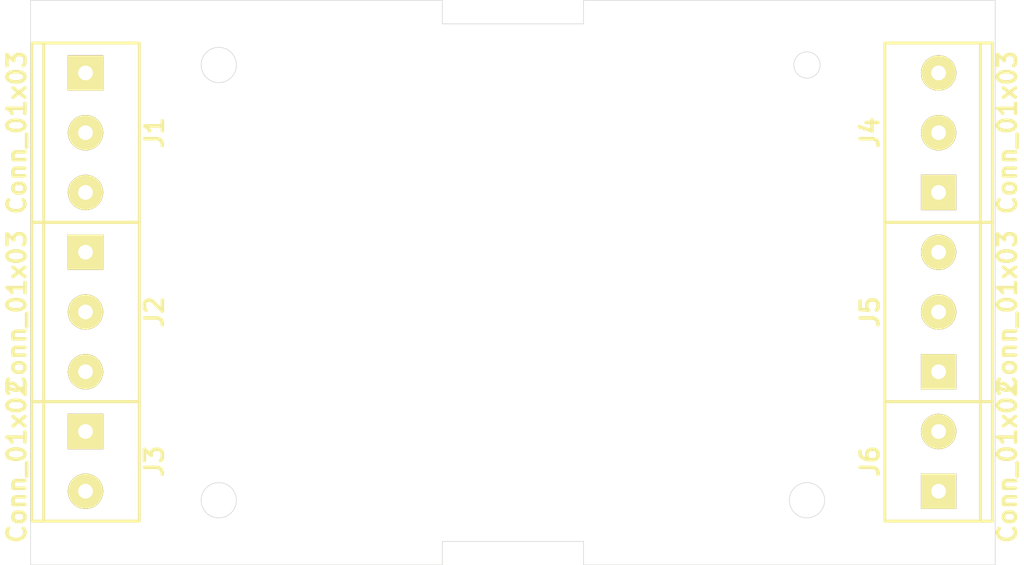
<source format=kicad_pcb>
(kicad_pcb (version 20171130) (host pcbnew 6.0.0-rc1-unknown-f6aed7c~66~ubuntu18.04.1)

  (general
    (thickness 1.6)
    (drawings 16)
    (tracks 0)
    (zones 0)
    (modules 6)
    (nets 17)
  )

  (page A4)
  (layers
    (0 F.Cu signal)
    (31 B.Cu signal)
    (32 B.Adhes user)
    (33 F.Adhes user)
    (34 B.Paste user)
    (35 F.Paste user)
    (36 B.SilkS user)
    (37 F.SilkS user)
    (38 B.Mask user)
    (39 F.Mask user)
    (40 Dwgs.User user)
    (41 Cmts.User user)
    (42 Eco1.User user)
    (43 Eco2.User user)
    (44 Edge.Cuts user)
    (45 Margin user)
    (46 B.CrtYd user)
    (47 F.CrtYd user)
    (48 B.Fab user)
    (49 F.Fab user)
  )

  (setup
    (last_trace_width 0.25)
    (trace_clearance 0.2)
    (zone_clearance 0.508)
    (zone_45_only no)
    (trace_min 0.2)
    (via_size 0.8)
    (via_drill 0.4)
    (via_min_size 0.4)
    (via_min_drill 0.3)
    (uvia_size 0.3)
    (uvia_drill 0.1)
    (uvias_allowed no)
    (uvia_min_size 0.2)
    (uvia_min_drill 0.1)
    (edge_width 0.05)
    (segment_width 0.2)
    (pcb_text_width 0.3)
    (pcb_text_size 1.5 1.5)
    (mod_edge_width 0.12)
    (mod_text_size 1 1)
    (mod_text_width 0.15)
    (pad_size 1.524 1.524)
    (pad_drill 0.762)
    (pad_to_mask_clearance 0.051)
    (solder_mask_min_width 0.25)
    (aux_axis_origin 0 0)
    (visible_elements FFFFFF7F)
    (pcbplotparams
      (layerselection 0x010fc_ffffffff)
      (usegerberextensions false)
      (usegerberattributes false)
      (usegerberadvancedattributes false)
      (creategerberjobfile false)
      (excludeedgelayer true)
      (linewidth 0.100000)
      (plotframeref false)
      (viasonmask false)
      (mode 1)
      (useauxorigin false)
      (hpglpennumber 1)
      (hpglpenspeed 20)
      (hpglpendiameter 15.000000)
      (psnegative false)
      (psa4output false)
      (plotreference true)
      (plotvalue true)
      (plotinvisibletext false)
      (padsonsilk false)
      (subtractmaskfromsilk false)
      (outputformat 1)
      (mirror false)
      (drillshape 1)
      (scaleselection 1)
      (outputdirectory ""))
  )

  (net 0 "")
  (net 1 "Net-(J1-Pad3)")
  (net 2 "Net-(J1-Pad2)")
  (net 3 "Net-(J1-Pad1)")
  (net 4 "Net-(J2-Pad3)")
  (net 5 "Net-(J2-Pad2)")
  (net 6 "Net-(J2-Pad1)")
  (net 7 "Net-(J3-Pad2)")
  (net 8 "Net-(J3-Pad1)")
  (net 9 "Net-(J4-Pad3)")
  (net 10 "Net-(J4-Pad2)")
  (net 11 "Net-(J4-Pad1)")
  (net 12 "Net-(J5-Pad3)")
  (net 13 "Net-(J5-Pad2)")
  (net 14 "Net-(J5-Pad1)")
  (net 15 "Net-(J6-Pad2)")
  (net 16 "Net-(J6-Pad1)")

  (net_class Default "This is the default net class."
    (clearance 0.2)
    (trace_width 0.25)
    (via_dia 0.8)
    (via_drill 0.4)
    (uvia_dia 0.3)
    (uvia_drill 0.1)
    (add_net "Net-(J1-Pad1)")
    (add_net "Net-(J1-Pad2)")
    (add_net "Net-(J1-Pad3)")
    (add_net "Net-(J2-Pad1)")
    (add_net "Net-(J2-Pad2)")
    (add_net "Net-(J2-Pad3)")
    (add_net "Net-(J3-Pad1)")
    (add_net "Net-(J3-Pad2)")
    (add_net "Net-(J4-Pad1)")
    (add_net "Net-(J4-Pad2)")
    (add_net "Net-(J4-Pad3)")
    (add_net "Net-(J5-Pad1)")
    (add_net "Net-(J5-Pad2)")
    (add_net "Net-(J5-Pad3)")
    (add_net "Net-(J6-Pad1)")
    (add_net "Net-(J6-Pad2)")
  )

  (module w_conn_screw:mors_2p locked (layer F.Cu) (tedit 0) (tstamp 5C0D6256)
    (at 226.187 91.694 90)
    (descr "Terminal block 2 pins")
    (tags DEV)
    (path /5C0D988C)
    (fp_text reference J6 (at 0 -5.842 90) (layer F.SilkS)
      (effects (font (size 1.524 1.524) (thickness 0.3048)))
    )
    (fp_text value Conn_01x02 (at 0 5.842 90) (layer F.SilkS)
      (effects (font (size 1.524 1.524) (thickness 0.3048)))
    )
    (fp_line (start -5.08 -3.81) (end -5.08 3.81) (layer F.SilkS) (width 0.254))
    (fp_line (start 5.08 3.81) (end 5.08 -3.81) (layer F.SilkS) (width 0.254))
    (fp_line (start 5.08 3.556) (end 5.08 4.572) (layer F.SilkS) (width 0.254))
    (fp_line (start -5.08 3.556) (end 5.08 3.556) (layer F.SilkS) (width 0.254))
    (fp_line (start -5.08 4.572) (end -5.08 3.556) (layer F.SilkS) (width 0.254))
    (fp_line (start 5.08 4.572) (end -5.08 4.572) (layer F.SilkS) (width 0.254))
    (fp_line (start -5.08 -4.572) (end -5.08 -3.81) (layer F.SilkS) (width 0.254))
    (fp_line (start 5.08 -4.572) (end -5.08 -4.572) (layer F.SilkS) (width 0.254))
    (fp_line (start 5.08 -3.81) (end 5.08 -4.572) (layer F.SilkS) (width 0.254))
    (pad 2 thru_hole circle (at 2.54 0 90) (size 2.99974 2.99974) (drill 1.24968) (layers *.Cu *.Mask F.SilkS)
      (net 15 "Net-(J6-Pad2)"))
    (pad 1 thru_hole rect (at -2.54 0 90) (size 2.99974 2.99974) (drill 1.24968) (layers *.Cu *.Mask F.SilkS)
      (net 16 "Net-(J6-Pad1)"))
    (model walter/conn_screw/mors_2p.wrl
      (at (xyz 0 0 0))
      (scale (xyz 1 1 1))
      (rotate (xyz 0 0 180))
    )
  )

  (module w_conn_screw:mors_3p locked (layer F.Cu) (tedit 0) (tstamp 5C0D6247)
    (at 226.187 78.994 90)
    (descr "Terminal block 3 pins")
    (tags DEV)
    (path /5C0D82BE)
    (fp_text reference J5 (at 0 -5.842 90) (layer F.SilkS)
      (effects (font (size 1.524 1.524) (thickness 0.3048)))
    )
    (fp_text value Conn_01x03 (at 0 5.842 90) (layer F.SilkS)
      (effects (font (size 1.524 1.524) (thickness 0.3048)))
    )
    (fp_line (start 7.62 3.81) (end 7.62 -3.81) (layer F.SilkS) (width 0.254))
    (fp_line (start -7.62 3.81) (end -7.62 -3.81) (layer F.SilkS) (width 0.254))
    (fp_line (start 7.62 -4.572) (end 7.62 -3.81) (layer F.SilkS) (width 0.254))
    (fp_line (start -7.62 -4.572) (end 7.62 -4.572) (layer F.SilkS) (width 0.254))
    (fp_line (start -7.62 -4.572) (end -7.62 -3.81) (layer F.SilkS) (width 0.254))
    (fp_line (start 7.62 4.572) (end -7.62 4.572) (layer F.SilkS) (width 0.254))
    (fp_line (start 7.62 3.556) (end 7.62 4.572) (layer F.SilkS) (width 0.254))
    (fp_line (start -7.62 3.556) (end 7.62 3.556) (layer F.SilkS) (width 0.254))
    (fp_line (start -7.62 4.572) (end -7.62 3.556) (layer F.SilkS) (width 0.254))
    (pad 3 thru_hole circle (at 5.08 0 90) (size 2.99974 2.99974) (drill 1.24968) (layers *.Cu *.Mask F.SilkS)
      (net 12 "Net-(J5-Pad3)"))
    (pad 2 thru_hole circle (at 0 0 90) (size 2.99974 2.99974) (drill 1.24968) (layers *.Cu *.Mask F.SilkS)
      (net 13 "Net-(J5-Pad2)"))
    (pad 1 thru_hole rect (at -5.08 0 90) (size 2.99974 2.99974) (drill 1.24968) (layers *.Cu *.Mask F.SilkS)
      (net 14 "Net-(J5-Pad1)"))
    (model walter/conn_screw/mors_3p.wrl
      (at (xyz 0 0 0))
      (scale (xyz 1 1 1))
      (rotate (xyz 0 0 180))
    )
  )

  (module w_conn_screw:mors_3p locked (layer F.Cu) (tedit 0) (tstamp 5C0D6237)
    (at 226.187 63.754 90)
    (descr "Terminal block 3 pins")
    (tags DEV)
    (path /5C0D7D4F)
    (fp_text reference J4 (at 0 -5.842 90) (layer F.SilkS)
      (effects (font (size 1.524 1.524) (thickness 0.3048)))
    )
    (fp_text value Conn_01x03 (at 0 5.842 90) (layer F.SilkS)
      (effects (font (size 1.524 1.524) (thickness 0.3048)))
    )
    (fp_line (start 7.62 3.81) (end 7.62 -3.81) (layer F.SilkS) (width 0.254))
    (fp_line (start -7.62 3.81) (end -7.62 -3.81) (layer F.SilkS) (width 0.254))
    (fp_line (start 7.62 -4.572) (end 7.62 -3.81) (layer F.SilkS) (width 0.254))
    (fp_line (start -7.62 -4.572) (end 7.62 -4.572) (layer F.SilkS) (width 0.254))
    (fp_line (start -7.62 -4.572) (end -7.62 -3.81) (layer F.SilkS) (width 0.254))
    (fp_line (start 7.62 4.572) (end -7.62 4.572) (layer F.SilkS) (width 0.254))
    (fp_line (start 7.62 3.556) (end 7.62 4.572) (layer F.SilkS) (width 0.254))
    (fp_line (start -7.62 3.556) (end 7.62 3.556) (layer F.SilkS) (width 0.254))
    (fp_line (start -7.62 4.572) (end -7.62 3.556) (layer F.SilkS) (width 0.254))
    (pad 3 thru_hole circle (at 5.08 0 90) (size 2.99974 2.99974) (drill 1.24968) (layers *.Cu *.Mask F.SilkS)
      (net 9 "Net-(J4-Pad3)"))
    (pad 2 thru_hole circle (at 0 0 90) (size 2.99974 2.99974) (drill 1.24968) (layers *.Cu *.Mask F.SilkS)
      (net 10 "Net-(J4-Pad2)"))
    (pad 1 thru_hole rect (at -5.08 0 90) (size 2.99974 2.99974) (drill 1.24968) (layers *.Cu *.Mask F.SilkS)
      (net 11 "Net-(J4-Pad1)"))
    (model walter/conn_screw/mors_3p.wrl
      (at (xyz 0 0 0))
      (scale (xyz 1 1 1))
      (rotate (xyz 0 0 180))
    )
  )

  (module w_conn_screw:mors_2p locked (layer F.Cu) (tedit 0) (tstamp 5C0D6227)
    (at 153.67 91.694 270)
    (descr "Terminal block 2 pins")
    (tags DEV)
    (path /5C0D8B3C)
    (fp_text reference J3 (at 0 -5.842 270) (layer F.SilkS)
      (effects (font (size 1.524 1.524) (thickness 0.3048)))
    )
    (fp_text value Conn_01x02 (at 0 5.842 270) (layer F.SilkS)
      (effects (font (size 1.524 1.524) (thickness 0.3048)))
    )
    (fp_line (start -5.08 -3.81) (end -5.08 3.81) (layer F.SilkS) (width 0.254))
    (fp_line (start 5.08 3.81) (end 5.08 -3.81) (layer F.SilkS) (width 0.254))
    (fp_line (start 5.08 3.556) (end 5.08 4.572) (layer F.SilkS) (width 0.254))
    (fp_line (start -5.08 3.556) (end 5.08 3.556) (layer F.SilkS) (width 0.254))
    (fp_line (start -5.08 4.572) (end -5.08 3.556) (layer F.SilkS) (width 0.254))
    (fp_line (start 5.08 4.572) (end -5.08 4.572) (layer F.SilkS) (width 0.254))
    (fp_line (start -5.08 -4.572) (end -5.08 -3.81) (layer F.SilkS) (width 0.254))
    (fp_line (start 5.08 -4.572) (end -5.08 -4.572) (layer F.SilkS) (width 0.254))
    (fp_line (start 5.08 -3.81) (end 5.08 -4.572) (layer F.SilkS) (width 0.254))
    (pad 2 thru_hole circle (at 2.54 0 270) (size 2.99974 2.99974) (drill 1.24968) (layers *.Cu *.Mask F.SilkS)
      (net 7 "Net-(J3-Pad2)"))
    (pad 1 thru_hole rect (at -2.54 0 270) (size 2.99974 2.99974) (drill 1.24968) (layers *.Cu *.Mask F.SilkS)
      (net 8 "Net-(J3-Pad1)"))
    (model walter/conn_screw/mors_2p.wrl
      (at (xyz 0 0 0))
      (scale (xyz 1 1 1))
      (rotate (xyz 0 0 180))
    )
  )

  (module w_conn_screw:mors_3p locked (layer F.Cu) (tedit 0) (tstamp 5C0D6633)
    (at 153.67 78.994 270)
    (descr "Terminal block 3 pins")
    (tags DEV)
    (path /5C0D7450)
    (fp_text reference J2 (at 0 -5.842 270) (layer F.SilkS)
      (effects (font (size 1.524 1.524) (thickness 0.3048)))
    )
    (fp_text value Conn_01x03 (at 0 5.842 270) (layer F.SilkS)
      (effects (font (size 1.524 1.524) (thickness 0.3048)))
    )
    (fp_line (start 7.62 3.81) (end 7.62 -3.81) (layer F.SilkS) (width 0.254))
    (fp_line (start -7.62 3.81) (end -7.62 -3.81) (layer F.SilkS) (width 0.254))
    (fp_line (start 7.62 -4.572) (end 7.62 -3.81) (layer F.SilkS) (width 0.254))
    (fp_line (start -7.62 -4.572) (end 7.62 -4.572) (layer F.SilkS) (width 0.254))
    (fp_line (start -7.62 -4.572) (end -7.62 -3.81) (layer F.SilkS) (width 0.254))
    (fp_line (start 7.62 4.572) (end -7.62 4.572) (layer F.SilkS) (width 0.254))
    (fp_line (start 7.62 3.556) (end 7.62 4.572) (layer F.SilkS) (width 0.254))
    (fp_line (start -7.62 3.556) (end 7.62 3.556) (layer F.SilkS) (width 0.254))
    (fp_line (start -7.62 4.572) (end -7.62 3.556) (layer F.SilkS) (width 0.254))
    (pad 3 thru_hole circle (at 5.08 0 270) (size 2.99974 2.99974) (drill 1.24968) (layers *.Cu *.Mask F.SilkS)
      (net 4 "Net-(J2-Pad3)"))
    (pad 2 thru_hole circle (at 0 0 270) (size 2.99974 2.99974) (drill 1.24968) (layers *.Cu *.Mask F.SilkS)
      (net 5 "Net-(J2-Pad2)"))
    (pad 1 thru_hole rect (at -5.08 0 270) (size 2.99974 2.99974) (drill 1.24968) (layers *.Cu *.Mask F.SilkS)
      (net 6 "Net-(J2-Pad1)"))
    (model walter/conn_screw/mors_3p.wrl
      (at (xyz 0 0 0))
      (scale (xyz 1 1 1))
      (rotate (xyz 0 0 180))
    )
  )

  (module w_conn_screw:mors_3p locked (layer F.Cu) (tedit 0) (tstamp 5C0D6208)
    (at 153.67 63.754 270)
    (descr "Terminal block 3 pins")
    (tags DEV)
    (path /5C0D6D9A)
    (fp_text reference J1 (at 0 -5.842 270) (layer F.SilkS)
      (effects (font (size 1.524 1.524) (thickness 0.3048)))
    )
    (fp_text value Conn_01x03 (at 0 5.842 270) (layer F.SilkS)
      (effects (font (size 1.524 1.524) (thickness 0.3048)))
    )
    (fp_line (start 7.62 3.81) (end 7.62 -3.81) (layer F.SilkS) (width 0.254))
    (fp_line (start -7.62 3.81) (end -7.62 -3.81) (layer F.SilkS) (width 0.254))
    (fp_line (start 7.62 -4.572) (end 7.62 -3.81) (layer F.SilkS) (width 0.254))
    (fp_line (start -7.62 -4.572) (end 7.62 -4.572) (layer F.SilkS) (width 0.254))
    (fp_line (start -7.62 -4.572) (end -7.62 -3.81) (layer F.SilkS) (width 0.254))
    (fp_line (start 7.62 4.572) (end -7.62 4.572) (layer F.SilkS) (width 0.254))
    (fp_line (start 7.62 3.556) (end 7.62 4.572) (layer F.SilkS) (width 0.254))
    (fp_line (start -7.62 3.556) (end 7.62 3.556) (layer F.SilkS) (width 0.254))
    (fp_line (start -7.62 4.572) (end -7.62 3.556) (layer F.SilkS) (width 0.254))
    (pad 3 thru_hole circle (at 5.08 0 270) (size 2.99974 2.99974) (drill 1.24968) (layers *.Cu *.Mask F.SilkS)
      (net 1 "Net-(J1-Pad3)"))
    (pad 2 thru_hole circle (at 0 0 270) (size 2.99974 2.99974) (drill 1.24968) (layers *.Cu *.Mask F.SilkS)
      (net 2 "Net-(J1-Pad2)"))
    (pad 1 thru_hole rect (at -5.08 0 270) (size 2.99974 2.99974) (drill 1.24968) (layers *.Cu *.Mask F.SilkS)
      (net 3 "Net-(J1-Pad1)"))
    (model walter/conn_screw/mors_3p.wrl
      (at (xyz 0 0 0))
      (scale (xyz 1 1 1))
      (rotate (xyz 0 0 180))
    )
  )

  (gr_line (start 184 100.5) (end 149 100.5) (layer Edge.Cuts) (width 0.05) (tstamp 5C0D67AE))
  (gr_line (start 196 100.5) (end 231 100.5) (layer Edge.Cuts) (width 0.05) (tstamp 5C0D67AD))
  (gr_line (start 196 98.5) (end 196 100.5) (layer Edge.Cuts) (width 0.05))
  (gr_line (start 184 98.5) (end 196 98.5) (layer Edge.Cuts) (width 0.05))
  (gr_line (start 184 100.5) (end 184 98.5) (layer Edge.Cuts) (width 0.05))
  (gr_line (start 184 52.5) (end 149 52.5) (layer Edge.Cuts) (width 0.05) (tstamp 5C0D67A8))
  (gr_line (start 196 52.5) (end 231 52.5) (layer Edge.Cuts) (width 0.05) (tstamp 5C0D67A7))
  (gr_line (start 184 54.5) (end 184 52.5) (layer Edge.Cuts) (width 0.05))
  (gr_line (start 196 54.5) (end 196 52.5) (layer Edge.Cuts) (width 0.05))
  (gr_line (start 184 54.5) (end 196 54.5) (layer Edge.Cuts) (width 0.05))
  (gr_line (start 149 100.5) (end 149 52.5) (layer Edge.Cuts) (width 0.05) (tstamp 5C0D6411))
  (gr_line (start 231 52.5) (end 231 100.5) (layer Edge.Cuts) (width 0.05))
  (gr_circle (center 215 58) (end 216 58.5) (layer Edge.Cuts) (width 0.05))
  (gr_circle (center 165 58) (end 166.5 58) (layer Edge.Cuts) (width 0.05))
  (gr_circle (center 215 95) (end 216.5 95) (layer Edge.Cuts) (width 0.05))
  (gr_circle (center 165 95) (end 166.5 95) (layer Edge.Cuts) (width 0.05))

)

</source>
